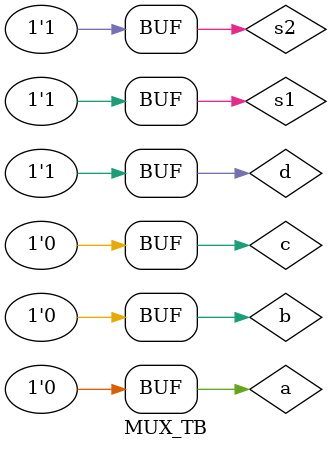
<source format=v>
`timescale 1ns / 1ps


module MUX_TB();
    reg a,b,c,d,s1,s2;
    wire o;
    
MUX uut(.A(a),.B(b),.C(c),.D(d),.S1(s1),.S2(s2),.O(o));
    initial
        begin
            a= 1; b=0; c=0; d=0; s1=0; s2=0;
            #50
            a= 0; b=1; c=0; d=0; s1=0; s2=1;
            #50
            a= 0; b=0; c=1; d=0; s1=1; s2=0;
            #50
            a= 0; b=0; c=0; d=1; s1=1; s2=1;
        end
endmodule

</source>
